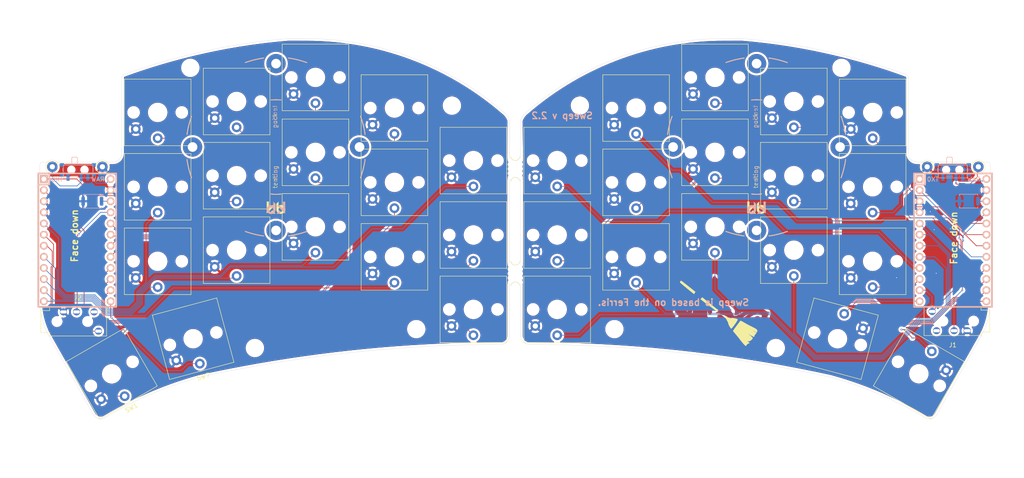
<source format=kicad_pcb>
(kicad_pcb (version 20211014) (generator pcbnew)
  (layers (0 "F.Cu" signal) (31 "B.Cu" signal) (34 "B.Paste" user) (35 "F.Paste" user) (36 "B.SilkS" user "B.Silkscreen") (37 "F.SilkS" user "F.Silkscreen") (38 "B.Mask" user) (39 "F.Mask" user) (44 "Edge.Cuts" user))
  (net 0 "")
  (net 1 "gnd")
  (net 2 "vcc")
  (net 3 "Switch18")
  (net 4 "reset")
  (net 5 "Switch1")
  (net 6 "Switch2")
  (net 7 "Switch3")
  (net 8 "Switch4")
  (net 9 "Switch5")
  (net 10 "Switch6")
  (net 11 "Switch7")
  (net 12 "Switch8")
  (net 13 "Switch9")
  (net 14 "Switch10")
  (net 15 "Switch11")
  (net 16 "Switch12")
  (net 17 "Switch13")
  (net 18 "Switch14")
  (net 19 "Switch15")
  (net 20 "Switch16")
  (net 21 "Switch17")
  (net 22 "raw")
  (net 23 "BT+_r")
  (net 24 "Switch18_r")
  (net 25 "reset_r")
  (net 26 "Switch9_r")
  (net 27 "Switch10_r")
  (net 28 "Switch11_r")
  (net 29 "Switch12_r")
  (net 30 "Switch13_r")
  (net 31 "Switch14_r")
  (net 32 "Switch15_r")
  (net 33 "Switch16_r")
  (net 34 "Switch17_r")
  (net 35 "Switch1_r")
  (net 36 "Switch2_r")
  (net 37 "Switch3_r")
  (net 38 "Switch4_r")
  (net 39 "Switch5_r")
  (net 40 "Switch6_r")
  (net 41 "Switch7_r")
  (net 42 "Switch8_r")
  (net 43 "BT+")
  (footprint "Keebio-Parts:ArduinoProMicro-BackSide" (layer "F.Cu") (at 230.178 67.564 -90)
    (fp_text reference "U1" hide)
    (fp_text value "ProMicro-kbd" hide)
  )
  (footprint "env_extra:PJ-320A" (layer "F.Cu") (at 22.02 83.95)
    (fp_text reference "J2")
    (fp_text value "AudioJack4dpb")
  )
  (footprint "Switch_Keyboard_Kailh:SW_Kailh_Choc_V1" (layer "F.Cu") (at 175.856 64.516 180)
    (fp_text reference "SW16")
    (fp_text value "SW_Push")
  )
  (footprint "Switch_Keyboard_Kailh:SW_Kailh_Choc_V1" (layer "F.Cu") (at 222.386 98.082 -30)
    (fp_text reference "SW20")
    (fp_text value "SW_Push")
  )
  (footprint "Switch_Keyboard_Kailh:SW_Kailh_Choc_V1" (layer "F.Cu") (at 157.856 71.374 180)
    (fp_text reference "SW15")
    (fp_text value "SW_Push")
  )
  (footprint "Switch_Keyboard_Kailh:SW_Kailh_Choc_V1" (layer "F.Cu") (at 203.826 90.082 -15)
    (fp_text reference "SW21")
    (fp_text value "SW_Push")
  )
  (footprint "Switch_Keyboard_Kailh:SW_Kailh_Choc_V1" (layer "F.Cu") (at 193.856 69.85 180)
    (fp_text reference "SW17")
    (fp_text value "SW_Push")
  )
  (footprint "Switch_Keyboard_Kailh:SW_Kailh_Choc_V1" (layer "F.Cu") (at 211.836 72.39 180)
    (fp_text reference "SW18")
    (fp_text value "SW_Push")
  )
  (footprint "Switch_Keyboard_Kailh:SW_Kailh_Choc_V1" (layer "F.Cu") (at 175.856 30.382 180)
    (fp_text reference "SW4")
    (fp_text value "SW_Push")
  )
  (footprint "Switch_Keyboard_Kailh:SW_Kailh_Choc_V1" (layer "F.Cu") (at 157.856 37.382 180)
    (fp_text reference "SW3")
    (fp_text value "SW_Push")
  )
  (footprint "Switch_Keyboard_Kailh:SW_Kailh_Choc_V1" (layer "F.Cu") (at 157.856 54.356 180)
    (fp_text reference "SW9")
    (fp_text value "SW_Push")
  )
  (footprint "Switch_Keyboard_Kailh:SW_Kailh_Choc_V1" (layer "F.Cu") (at 139.856 83.382 180)
    (fp_text reference "SW14")
    (fp_text value "SW_Push")
  )
  (footprint "Switch_Keyboard_Kailh:SW_Kailh_Choc_V1" (layer "F.Cu") (at 211.836 55.372 180)
    (fp_text reference "SW12")
    (fp_text value "SW_Push")
  )
  (footprint "Switch_Keyboard_Kailh:SW_Kailh_Choc_V1" (layer "F.Cu") (at 193.856 52.832 180)
    (fp_text reference "SW11")
    (fp_text value "SW_Push")
  )
  (footprint "Switch_Keyboard_Kailh:SW_Kailh_Choc_V1" (layer "F.Cu") (at 139.856 66.382 180)
    (fp_text reference "SW8")
    (fp_text value "SW_Push")
  )
  (footprint "Switch_Keyboard_Kailh:SW_Kailh_Choc_V1" (layer "F.Cu") (at 211.856 38.382 180)
    (fp_text reference "SW6")
    (fp_text value "SW_Push")
  )
  (footprint "Switch_Keyboard_Kailh:SW_Kailh_Choc_V1" (layer "F.Cu") (at 193.856 35.882 180)
    (fp_text reference "SW5")
    (fp_text value "SW_Push")
  )
  (footprint "Switch_Keyboard_Kailh:SW_Kailh_Choc_V1" (layer "F.Cu") (at 139.856 49.382 180)
    (fp_text reference "SW2")
    (fp_text value "SW_Push")
  )
  (footprint "Duckyb-Parts:mouse-bite-5mm-slot-with-space-for-track" (layer "F.Cu") (at 130.302 75.184)
    (fp_text reference "mouse-bite-2mm-slot" hide)
    (fp_text value "VAL**" hide)
  )
  (footprint "Switch_Keyboard_Kailh:SW_Kailh_Choc_V1" (layer "F.Cu") (at 175.856 47.498 180)
    (fp_text reference "SW10")
    (fp_text value "SW_Push")
  )
  (footprint "kbd:Tenting_Puck2" (layer "F.Cu") (at 185.356 46.282)
    (fp_text reference "PUCK1")
    (fp_text value "Tenting Puck")
  )
  (footprint "Connector_Pin:Pin_D1.0mm_L10.0mm_LooseFit" (layer "F.Cu") (at 235.966 50.8)
    (fp_text reference "Bat+r1")
    (fp_text value "MountingHole_Pad")
  )
  (footprint "Connector_Pin:Pin_D1.0mm_L10.0mm_LooseFit" (layer "F.Cu") (at 224.282 50.8)
    (fp_text reference "BatGND1")
    (fp_text value "MountingHole_Pad")
  )
  (footprint "Keebio-Parts:ArduinoProMicro-BackSide" (layer "F.Cu") (at 30.326 67.564 -90)
    (fp_text reference "U2" hide)
    (fp_text value "ProMicro-kbd" hide)
  )
  (footprint "env_extra:PJ-320A" (layer "F.Cu") (at 238.575 88.25 180)
    (fp_text reference "J1")
    (fp_text value "AudioJack4dpb")
  )
  (footprint "Switch_Keyboard_Kailh:SW_Kailh_Choc_V1" (layer "F.Cu") (at 48.686 72.39 180)
    (fp_text reference "SW17_r1")
    (fp_text value "SW_Push")
  )
  (footprint "Switch_Keyboard_Kailh:SW_Kailh_Choc_V1" (layer "F.Cu") (at 66.7 52.832 180)
    (fp_text reference "SW11_r1")
    (fp_text value "SW_Push")
  )
  (footprint "Switch_Keyboard_Kailh:SW_Kailh_Choc_V1" (layer "F.Cu") (at 84.688 64.516 180)
    (fp_text reference "SW15_r1")
    (fp_text value "SW_Push")
  )
  (footprint "Switch_Keyboard_Kailh:SW_Kailh_Choc_V1" (layer "F.Cu") (at 102.714 71.374 180)
    (fp_text reference "SW18_r1")
    (fp_text value "SW_Push")
  )
  (footprint "Switch_Keyboard_Kailh:SW_Kailh_Choc_V1" (layer "F.Cu") (at 48.686 38.382 180)
    (fp_text reference "SW6_r1")
    (fp_text value "SW_Push")
  )
  (footprint "Switch_Keyboard_Kailh:SW_Kailh_Choc_V1" (layer "F.Cu") (at 66.7 35.882 180)
    (fp_text reference "SW5_r1")
    (fp_text value "SW_Push")
  )
  (footprint "Switch_Keyboard_Kailh:SW_Kailh_Choc_V1" (layer "F.Cu") (at 120.732 49.382 180)
    (fp_text reference "SW2_r1")
    (fp_text value "SW_Push")
  )
  (footprint "Switch_Keyboard_Kailh:SW_Kailh_Choc_V1" (layer "F.Cu") (at 66.7 69.85 180)
    (fp_text reference "SW16_r1")
    (fp_text value "SW_Push")
  )
  (footprint "Switch_Keyboard_Kailh:SW_Kailh_Choc_V1" (layer "F.Cu") (at 84.688 30.382 180)
    (fp_text reference "SW4_r1")
    (fp_text value "SW_Push")
  )
  (footprint "Switch_Keyboard_Kailh:SW_Kailh_Choc_V1" (layer "F.Cu") (at 120.732 83.382 180)
    (fp_text reference "SW13_r1")
    (fp_text value "SW_Push")
  )
  (footprint "Switch_Keyboard_Kailh:SW_Kailh_Choc_V1" (layer "F.Cu") (at 48.686 55.372 180)
    (fp_text reference "SW12_r1")
    (fp_text value "SW_Push")
  )
  (footprint "Switch_Keyboard_Kailh:SW_Kailh_Choc_V1" (layer "F.Cu") (at 102.714 37.382 180)
    (fp_text reference "SW3_r1")
    (fp_text value "SW_Push")
  )
  (footprint "Switch_Keyboard_Kailh:SW_Kailh_Choc_V1" (layer "F.Cu") (at 102.714 54.356 180)
    (fp_text reference "SW8_r1")
    (fp_text value "SW_Push")
  )
  (footprint "Switch_Keyboard_Kailh:SW_Kailh_Choc_V1" (layer "F.Cu") (at 84.688 47.498 180)
    (fp_text reference "SW9_r1")
    (fp_text value "SW_Push")
  )
  (footprint "Switch_Keyboard_Kailh:SW_Kailh_Choc_V1" (layer "F.Cu") (at 120.732 66.382 180)
    (fp_text reference "SW7_r1")
    (fp_text value "SW_Push")
  )
  (footprint "kbd:Tenting_Puck2" (layer "F.Cu") (at 75.692 46.282)
    (fp_text reference "PUCK2")
    (fp_text value "Tenting Puck")
  )
  (footprint "Connector_Pin:Pin_D1.0mm_L10.0mm_LooseFit" (layer "F.Cu") (at 36.068 50.8)
    (fp_text reference "BatGND4")
    (fp_text value "MountingHole_Pad")
  )
  (footprint "Connector_Pin:Pin_D1.0mm_L10.0mm_LooseFit" (layer "F.Cu") (at 24.638 50.8)
    (fp_text reference "Bat+1")
    (fp_text value "MountingHole_Pad")
  )
  (footprint "Switch_Keyboard_Kailh:SW_Kailh_Choc_V1" (layer "F.Cu") (at 38.2 98.1 -150)
    (fp_text reference "SW1")
    (fp_text value "SW_Push")
  )
  (footprint "MountingHole:MountingHole_3.2mm_M3" (layer "F.Cu") (at 107.696 87.884)
    (fp_text reference "H7")
    (fp_text value "MountingHole")
  )
  (footprint "Duckyb-Parts:mouse-bite-5mm-slot-with-space-for-track" (layer "F.Cu") (at 130.302 51.275)
    (fp_text reference "mouse-bite-2mm-slot" hide)
    (fp_text value "VAL**" hide)
  )
  (footprint "MountingHole:MountingHole_3.2mm_M3" (layer "F.Cu") (at 152.908 87.884)
    (fp_text reference "H8")
    (fp_text value "MountingHole")
  )
  (footprint "MountingHole:MountingHole_3.2mm_M3" (layer "F.Cu") (at 145.034 36.83)
    (fp_text reference "H5")
    (fp_text value "MountingHole")
  )
  (footprint "MountingHole:MountingHole_3.2mm_M3" (layer "F.Cu") (at 70.866 92.202)
    (fp_text reference "H3")
    (fp_text value "MountingHole")
  )
  (footprint "Kailh:ferris_broom" (layer "F.Cu") (at 175.58 84.09 7)
    (fp_text reference "G***" hide)
    (fp_text value "LOGO" hide)
  )
  (footprint "MountingHole:MountingHole_3.2mm_M3" (layer "F.Cu") (at 56.134 28.194)
    (fp_text reference "H1")
    (fp_text value "MountingHole")
  )
  (footprint "MountingHole:MountingHole_3.2mm_M3" (layer "F.Cu") (at 189.738 92.202)
    (fp_text reference "H6")
    (fp_text value "MountingHole")
  )
  (footprint "MountingHole:MountingHole_3.2mm_M3" (layer "F.Cu") (at 115.824 36.83)
    (fp_text reference "H4")
    (fp_text value "MountingHole")
  )
  (footprint "Switch_Keyboard_Kailh:SW_Kailh_Choc_V1" (layer "F.Cu") (at 56.775 90.075 -165)
    (fp_text reference "SW7")
    (fp_text value "SW_Push")
  )
  (footprint "MountingHole:MountingHole_3.2mm_M3" (layer "F.Cu") (at 204.724 28.194)
    (fp_text reference "H2")
    (fp_text value "MountingHole")
  )
  (footprint "Button_Switch_SMD:SW_SPDT_PCM12" (layer "B.Cu") (at 230.124 51.816)
    (fp_text reference "SW_POWERR1")
    (fp_text value "SW_SPDT")
  )
  (footprint "Button_Switch_SMD:SW_Push_SPST_NO_Alps_SKRK" (layer "B.Cu") (at 233.75 58.65)
    (fp_text reference "RSW1")
    (fp_text value "SW_Push")
  )
  (footprint "Button_Switch_SMD:SW_SPDT_PCM12" (layer "B.Cu") (at 30.48 51.816)
    (fp_text reference "SW_POWER1")
    (fp_text value "SW_SPDT")
  )
  (footprint "Button_Switch_SMD:SW_Push_SPST_NO_Alps_SKRK" (layer "B.Cu") (at 33.775 58.675)
    (fp_text reference "RSW2")
    (fp_text value "SW_Push")
  )
  (gr_rect (start 27.178 50.419) (end 33.909 53.34) (layer "B.SilkS") (width 0.12) (fill none))
  (gr_rect (start 226.822 50.419) (end 233.426 53.34) (layer "B.SilkS") (width 0.12) (fill none))
  (gr_line (start 131.5085 77.724) (end 131.506254 89.547024) (layer "Edge.Cuts") (width 0.05))
  (gr_line (start 219.998001 47.763999) (end 219.998045 30.439419) (layer "Edge.Cuts") (width 0.05))
  (gr_arc (start 226.446 107.451265) (mid 225.204995 108.32098) (end 223.714 108.05) (layer "Edge.Cuts") (width 0.05))
  (gr_arc (start 222.033002 49.694917) (mid 220.620534 49.145716) (end 219.998001 47.763999) (layer "Edge.Cuts") (width 0.05))
  (gr_arc (start 182.067777 21.502679) (mid 201.091879 24.375764) (end 219.56329 29.758889) (layer "Edge.Cuts") (width 0.05))
  (gr_arc (start 132.893 38.265) (mid 153.988491 25.788882) (end 178.120389 21.508139) (layer "Edge.Cuts") (width 0.05))
  (gr_arc (start 237.938 49.692) (mid 238.46833 49.91167) (end 238.688 50.442) (layer "Edge.Cuts") (width 0.05))
  (gr_arc (start 131.466055 40.278702) (mid 132.022929 39.160882) (end 132.893 38.265) (layer "Edge.Cuts") (width 0.05))
  (gr_arc (start 133.544 91.383119) (mid 132.156573 90.874102) (end 131.506254 89.547024) (layer "Edge.Cuts") (width 0.05))
  (gr_arc (start 219.56329 29.758889) (mid 219.880079 30.035645) (end 219.998045 30.439419) (layer "Edge.Cuts") (width 0.05))
  (gr_arc (start 202.185134 98.863946) (mid 213.262488 102.723597) (end 223.714 108.05) (layer "Edge.Cuts") (width 0.05))
  (gr_line (start 222.033002 49.694917) (end 237.938 49.692) (layer "Edge.Cuts") (width 0.05))
  (gr_arc (start 133.544 91.383119) (mid 168.064442 93.289554) (end 202.185134 98.863946) (layer "Edge.Cuts") (width 0.05))
  (gr_line (start 238.688 58.42) (end 238.688 66.548) (layer "Edge.Cuts") (width 0.05))
  (gr_line (start 236.953304 88.85815) (end 226.446 107.451265) (layer "Edge.Cuts") (width 0.05))
  (gr_arc (start 238.7 81.534) (mid 238.242913 85.295347) (end 236.953304 88.85815) (layer "Edge.Cuts") (width 0.05))
  (gr_line (start 182.067777 21.502679) (end 178.120389 21.508139) (layer "Edge.Cuts") (width 0.05))
  (gr_line (start 238.688 50.442) (end 238.688 58.42) (layer "Edge.Cuts") (width 0.05))
  (gr_line (start 131.466055 40.278702) (end 131.572 48.768) (layer "Edge.Cuts") (width 0.05))
  (gr_line (start 129.3495 48.768) (end 128.96 48.768) (layer "Edge.Cuts") (width 0.05))
  (gr_line (start 238.688 66.548) (end 238.688 75.438) (layer "Edge.Cuts") (width 0.05))
  (gr_line (start 238.688 75.438) (end 238.7 81.534) (layer "Edge.Cuts") (width 0.05))
  (gr_line (start 129.3495 72.644) (end 128.96 72.644) (layer "Edge.Cuts") (width 0.05))
  (gr_line (start 129.3495 53.848) (end 128.96 53.848) (layer "Edge.Cuts") (width 0.05))
  (gr_line (start 129.3495 77.724) (end 128.96 77.724) (layer "Edge.Cuts") (width 0.05))
  (gr_line (start 131.572 53.848) (end 131.572 72.644) (layer "Edge.Cuts") (width 0.05))
  (gr_line (start 78.412223 21.502679) (end 82.613611 21.508139) (layer "Edge.Cuts") (width 0.05))
  (gr_line (start 21.792 50.442) (end 21.792 58.42) (layer "Edge.Cuts") (width 0.05))
  (gr_line (start 128.96 77.724) (end 128.975507 89.545022) (layer "Edge.Cuts") (width 0.05))
  (gr_arc (start 127.587 38.265) (mid 128.457071 39.160882) (end 129.013945 40.278702) (layer "Edge.Cuts") (width 0.05))
  (gr_arc (start 128.975507 89.545022) (mid 128.324689 90.873432) (end 126.936 91.383119) (layer "Edge.Cuts") (width 0.05))
  (gr_line (start 40.481999 47.763999) (end 40.481955 30.439419) (layer "Edge.Cuts") (width 0.05))
  (gr_line (start 21.792 66.548) (end 21.792 73.914) (layer "Edge.Cuts") (width 0.05))
  (gr_line (start 23.526696 88.85815) (end 34.034 107.451265) (layer "Edge.Cuts") (width 0.05))
  (gr_arc (start 40.481999 47.763999) (mid 39.859467 49.145717) (end 38.446998 49.694917) (layer "Edge.Cuts") (width 0.05))
  (gr_arc (start 40.91671 29.758889) (mid 59.388121 24.375764) (end 78.412223 21.502679) (layer "Edge.Cuts") (width 0.05))
  (gr_arc (start 58.294866 98.863946) (mid 92.415558 93.289555) (end 126.936 91.383119) (layer "Edge.Cuts") (width 0.05))
  (gr_arc (start 23.526696 88.85815) (mid 22.237087 85.295347) (end 21.78 81.534) (layer "Edge.Cuts") (width 0.05))
  (gr_arc (start 21.792 50.442) (mid 22.01167 49.91167) (end 22.542 49.692) (layer "Edge.Cuts") (width 0.05))
  (gr_line (start 38.446998 49.694917) (end 22.542 49.692) (layer "Edge.Cuts") (width 0.05))
  (gr_line (start 21.792 58.42) (end 21.792 66.548) (layer "Edge.Cuts") (width 0.05))
  (gr_arc (start 40.481955 30.439419) (mid 40.599921 30.035645) (end 40.91671 29.758889) (layer "Edge.Cuts") (width 0.05))
  (gr_arc (start 36.766 108.05) (mid 35.275005 108.32098) (end 34.034 107.451265) (layer "Edge.Cuts") (width 0.05))
  (gr_arc (start 82.613611 21.508139) (mid 106.610476 25.833455) (end 127.587 38.265) (layer "Edge.Cuts") (width 0.05))
  (gr_arc (start 36.766 108.05) (mid 47.217512 102.723597) (end 58.294866 98.863946) (layer "Edge.Cuts") (width 0.05))
  (gr_line (start 21.792 73.914) (end 21.78 81.534) (layer "Edge.Cuts") (width 0.05))
  (gr_line (start 128.96 53.848) (end 128.96 72.644) (layer "Edge.Cuts") (width 0.05))
  (gr_line (start 129.013945 40.278702) (end 128.96 48.768) (layer "Edge.Cuts") (width 0.05))
  (gr_line (start 131.572 48.768) (end 131.2545 48.768) (layer "Edge.Cuts") (width 0.05))
  (gr_arc (start 131.254499 72.644) (mid 130.302 73.288873) (end 129.349501 72.643999) (layer "Edge.Cuts") (width 0.05))
  (gr_line (start 131.572 53.848) (end 131.2545 53.848) (layer "Edge.Cuts") (width 0.05))
  (gr_arc (start 129.349501 77.724) (mid 130.302 77.079127) (end 131.254499 77.724001) (layer "Edge.Cuts") (width 0.05))
  (gr_line (start 131.572 72.644) (end 131.2545 72.644) (layer "Edge.Cuts") (width 0.05))
  (gr_arc (start 131.254499 48.768) (mid 130.302 49.412873) (end 129.349501 48.767999) (layer "Edge.Cuts") (width 0.05))
  (gr_line (start 131.5085 77.724) (end 131.2545 77.724) (layer "Edge.Cuts") (width 0.05))
  (gr_arc (start 129.349501 53.848) (mid 130.302 53.203127) (end 131.254499 53.848001) (layer "Edge.Cuts") (width 0.05))
  (gr_text "Sweep v 2.2" (at 140.97 39.116) (layer "B.SilkS") (effects (font (size 1.5 1.5) (thickness 0.3)) (justify mirror)))
  (gr_text "Sweep is based on the Ferris." (at 166.37 81.788) (layer "B.SilkS") (effects (font (size 1.5 1.5) (thickness 0.3)) (justify mirror)))
  (gr_text "Face down" (at 230.378 67.056 90) (layer "F.SilkS") (effects (font (size 1.5 1.5) (thickness 0.3))))
  (gr_text "Face down" (at 29.718 66.548 90) (layer "F.SilkS") (effects (font (size 1.5 1.5) (thickness 0.3))))
  (via (at 226.35 75.13) (size 0.4) (drill 0.2) (layers "F.Cu" "B.Cu") (net 1))
  (via (at 217.28 76.14) (size 0.4) (drill 0.2) (layers "F.Cu" "B.Cu") (net 1))
  (via (at 225.88 65.18) (size 0.4) (drill 0.2) (layers "F.Cu" "B.Cu") (net 1))
  (via (at 224.99 61.05) (size 0.4) (drill 0.2) (layers "F.Cu" "B.Cu") (net 1))
  (via (at 229.62 64.95) (size 0.4) (drill 0.2) (layers "F.Cu" "B.Cu") (net 1))
  (segment (start 30.309 66.541) (end 30.65 66.2) (width 0.15) (layer "F.Cu") (net 2))
  (segment (start 30.17 83.95) (end 30.309 83.811) (width 0.15) (layer "F.Cu") (net 2))
  (segment (start 30.309 83.811) (end 30.309 66.541) (width 0.15) (layer "F.Cu") (net 2))
  (segment (start 232.46 67.71) (end 232.3 67.87) (width 0.15) (layer "F.Cu") (net 2))
  (segment (start 232.3 67.87) (end 232.3 78.99) (width 0.15) (layer "F.Cu") (net 2))
  (via (at 232.46 67.71) (size 0.4) (drill 0.2) (layers "F.Cu" "B.Cu") (net 2))
  (via (at 30.65 66.2) (size 0.4) (drill 0.2) (layers "F.Cu" "B.Cu") (net 2))
  (via (at 232.3 78.99) (size 0.4) (drill 0.2) (layers "F.Cu" "B.Cu") (net 2))
  (segment (start 230.425 88.25) (end 230.4 88.225) (width 0.15) (layer "B.Cu") (net 2))
  (segment (start 232.44 66.572) (end 232.44 66.99) (width 0.15) (layer "B.Cu") (net 2))
  (segment (start 232.44 67.69) (end 232.46 67.71) (width 0.15) (layer "B.Cu") (net 2))
  (segment (start 230.4 88.225) (end 230.4 80.89) (width 0.15) (layer "B.Cu") (net 2))
  (segment (start 230.4 80.89) (end 232.3 78.99) (width 0.15) (layer "B.Cu") (net 2))
  (segment (start 237.798 61.214) (end 232.44 66.572) (width 0.15) (layer "B.Cu") (net 2))
  (segment (start 30.65 66.2) (end 35.636 61.214) (width 0.15) (layer "B.Cu") (net 2))
  (segment (start 232.44 66.99) (end 232.44 67.69) (width 0.15) (layer "B.Cu") (net 2))
  (segment (start 35.636 61.214) (end 37.946 61.214) (width 0.15) (layer "B.Cu") (net 2))
  (segment (start 232 77.275) (end 225.425 83.85) (width 0.15) (layer "F.Cu") (net 3))
  (segment (start 231.61 67.12) (end 232 67.51) (width 0.15) (layer "F.Cu") (net 3))
  (segment (start 232 67.51) (end 232 77.275) (width 0.15) (layer "F.Cu") (net 3))
  (via (at 231.61 67.12) (size 0.4) (drill 0.2) (layers "F.Cu" "B.Cu") (net 3))
  (segment (start 231.61 65.186) (end 231.61 67.12) (width 0.15) (layer "B.Cu") (net 3))
  (segment (start 222.558 56.134) (end 231.61 65.186) (width 0.15) (layer "B.Cu") (net 3))
  (segment (start 235.85 58.65) (end 235.874 58.674) (width 0.15) (layer "B.Cu") (net 4))
  (segment (start 235.874 58.674) (end 237.798 58.674) (width 0.15) (layer "B.Cu") (net 4))
  (segment (start 162.925 63.275) (end 150.3 63.275) (width 0.15) (layer "B.Cu") (net 5))
  (segment (start 187.3 60.925) (end 165.275 60.925) (width 0.15) (layer "B.Cu") (net 5))
  (segment (start 221.464 73.914) (end 213.275 65.725) (width 0.15) (layer "B.Cu") (net 5))
  (segment (start 222.558 73.914) (end 221.464 73.914) (width 0.15) (layer "B.Cu") (net 5))
  (segment (start 192.1 65.725) (end 187.3 60.925) (width 0.15) (layer "B.Cu") (net 5))
  (segment (start 213.275 65.725) (end 192.1 65.725) (width 0.15) (layer "B.Cu") (net 5))
  (segment (start 150.3 63.275) (end 142.307 55.282) (width 0.15) (layer "B.Cu") (net 5))
  (segment (start 142.307 55.282) (end 139.856 55.282) (width 0.15) (layer "B.Cu") (net 5))
  (segment (start 165.275 60.925) (end 162.925 63.275) (width 0.15) (layer "B.Cu") (net 5))
  (segment (start 213.69 63.17) (end 194.64 63.17) (width 0.15) (layer "B.Cu") (net 6))
  (segment (start 165.96 51.386) (end 157.856 43.282) (width 0.15) (layer "B.Cu") (net 6))
  (segment (start 190.42 58.95) (end 175.3 58.95) (width 0.15) (layer "B.Cu") (net 6))
  (segment (start 234.404 71.374) (end 225.53 62.5) (width 0.15) (layer "B.Cu") (net 6))
  (segment (start 194.64 63.17) (end 190.42 58.95) (width 0.15) (layer "B.Cu") (net 6))
  (segment (start 167.93 51.58) (end 165.96 51.58) (width 0.15) (layer "B.Cu") (net 6))
  (segment (start 175.3 58.95) (end 167.93 51.58) (width 0.15) (layer "B.Cu") (net 6))
  (segment (start 214.36 62.5) (end 213.69 63.17) (width 0.15) (layer "B.Cu") (net 6))
  (segment (start 165.96 51.58) (end 165.96 51.386) (width 0.15) (layer "B.Cu") (net 6))
  (segment (start 225.53 62.5) (end 214.36 62.5) (width 0.15) (layer "B.Cu") (net 6))
  (segment (start 237.798 71.374) (end 234.404 71.374) (width 0.15) (layer "B.Cu") (net 6))
  (segment (start 197.275 44.075) (end 198.475 42.875) (width 0.15) (layer "F.Cu") (net 7))
  (segment (start 219.4 61.375) (end 220.5 62.475) (width 0.15) (layer "F.Cu") (net 7))
  (segment (start 235.510472 68.834) (end 237.798 68.834) (width 0.15) (layer "F.Cu") (net 7))
  (segment (start 198.475 42.875) (end 205.075 42.875) (width 0.15) (layer "F.Cu") (net 7))
  (segment (start 220.5 62.475) (end 229.151472 62.475) (width 0.15) (layer "F.Cu") (net 7))
  (segment (start 229.151472 62.475) (end 235.510472 68.834) (width 0.15) (layer "F.Cu") (net 7))
  (segment (start 180.282 36.282) (end 188.025 44.025) (width 0.15) (layer "F.Cu") (net 7))
  (segment (start 188.025 44.025) (end 191.675 44.025) (width 0.15) (layer "F.Cu") (net 7))
  (segment (start 217.337736 50.612264) (end 219.4 52.674528) (width 0.15) (layer "F.Cu") (net 7))
  (segment (start 191.675 44.025) (end 191.725 44.075) (width 0.15) (layer "F.Cu") (net 7))
  (segment (start 191.725 44.075) (end 197.275 44.075) (width 0.15) (layer "F.Cu") (net 7))
  (segment (start 205.075 42.875) (end 212.812264 50.612264) (width 0.15) (layer "F.Cu") (net 7))
  (segment (start 219.4 52.674528) (end 219.4 61.375) (width 0.15) (layer "F.Cu") (net 7))
  (segment (start 212.812264 50.612264) (end 217.337736 50.612264) (width 0.15) (layer "F.Cu") (net 7))
  (segment (start 175.856 36.282) (end 180.282 36.282) (width 0.15) (layer "F.Cu") (net 7))
  (segment (start 227.050736 59.95) (end 233.394736 66.294) (width 0.15) (layer "F.Cu") (net 8))
  (segment (start 217.462 50.312264) (end 219.7 52.550264) (width 0.15) (layer "F.Cu") (net 8))
  (segment (start 213.187264 50.312264) (end 217.462 50.312264) (width 0.15) (layer "F.Cu") (net 8))
  (segment (start 202.693 41.782) (end 204.4 40.075) (width 0.15) (layer "F.Cu") (net 8))
  (segment (start 221.9 59.95) (end 227.050736 59.95) (width 0.15) (layer "F.Cu") (net 8))
  (segment (start 219.7 57.75) (end 221.9 59.95) (width 0.15) (layer "F.Cu") (net 8))
  (segment (start 207.85 40.075) (end 208.775 41) (width 0.15) (layer "F.Cu") (net 8))
  (segment (start 208.775 41) (end 208.775 45.9) (width 0.15) (layer "F.Cu") (net 8))
  (segment (start 208.775 45.9) (end 213.187264 50.312264) (width 0.15) (layer "F.Cu") (net 8))
  (segment (start 193.856 41.782) (end 202.693 41.782) (width 0.15) (layer "F.Cu") (net 8))
  (segment (start 233.394736 66.294) (end 237.798 66.294) (width 0.15) (layer "F.Cu") (net 8))
  (segment (start 204.4 40.075) (end 207.85 40.075) (width 0.15) (layer "F.Cu") (net 8))
  (segment (start 219.7 52.550264) (end 219.7 57.75) (width 0.15) (layer "F.Cu") (net 8))
  (segment (start 220 52.426) (end 211.856 44.282) (width 0.15) (layer "F.Cu") (net 9))
  (segment (start 221.75 57.4) (end 220 55.65) (width 0.15) (layer "F.Cu") (net 9))
  (segment (start 237.798 63.754) (end 231.279 63.754) (width 0.15) (layer "F.Cu") (net 9))
  (segment (start 224.925 57.4) (end 221.75 57.4) (width 0.15) (layer "F.Cu") (net 9))
  (segment (start 231.279 63.754) (end 224.925 57.4) (width 0.15) (layer "F.Cu") (net 9))
  (segment (start 220 55.65) (end 220 52.426) (width 0.15) (layer "F.Cu") (net 9))
  (segment (start 167.685736 57.8) (end 174.585736 50.9) (width 0.15) (layer "F.Cu") (net 10))
  (segment (start 204.23 62.371472) (end 204.23 80.267208) (width 0.15) (layer "F.Cu") (net 10))
  (segment (start 192.608528 55.73) (end 197.588528 55.73) (width 0.15) (layer "F.Cu") (net 10))
  (segment (start 235.003868 78.823868) (end 235.003868 76.708132) (width 0.15) (layer "F.Cu") (net 10))
  (segment (start 156.75 57.8) (end 167.685736 57.8) (width 0.15) (layer "F.Cu") (net 10))
  (segment (start 186.238528 54.34) (end 191.218528 54.34) (width 0.15) (layer "F.Cu") (net 10))
  (segment (start 184.696528 52.798) (end 186.238528 54.34) (width 0.15) (layer "F.Cu") (net 10))
  (segment (start 174.585736 50.9) (end 177.924264 50.9) (width 0.15) (layer "F.Cu") (net 10))
  (segment (start 179.822264 52.798) (end 184.696528 52.798) (width 0.15) (layer "F.Cu") (net 10))
  (segment (start 142.268 72.282) (end 156.75 57.8) (width 0.15) (layer "F.Cu") (net 10))
  (segment (start 197.588528 55.73) (end 204.23 62.371472) (width 0.15) (layer "F.Cu") (net 10))
  (segment (start 204.872792 80.91) (end 211.712792 80.91) (width 0.15) (layer "F.Cu") (net 10))
  (segment (start 235.003868 76.708132) (end 237.798 73.914) (width 0.15) (layer "F.Cu") (net 10))
  (segment (start 230.316 80.634) (end 233.193736 80.634) (width 0.15) (layer "F.Cu") (net 10))
  (segment (start 204.23 80.267208) (end 204.872792 80.91) (width 0.15) (layer "F.Cu") (net 10))
  (segment (start 211.712792 80.91) (end 216.702792 85.9) (width 0.15) (layer "F.Cu") (net 10))
  (segment (start 233.193736 80.634) (end 235.003868 78.823868) (width 0.15) (layer "F.Cu") (net 10))
  (segment (start 139.856 72.282) (end 142.268 72.282) (width 0.15) (layer "F.Cu") (net 10))
  (segment (start 191.218528 54.34) (end 192.608528 55.73) (width 0.15) (layer "F.Cu") (net 10))
  (segment (start 177.924264 50.9) (end 179.822264 52.798) (width 0.15) (layer "F.Cu") (net 10))
  (segment (start 225.05 85.9) (end 230.316 80.634) (width 0.15) (layer "F.Cu") (net 10))
  (segment (start 216.702792 85.9) (end 225.05 85.9) (width 0.15) (layer "F.Cu") (net 10))
  (segment (start 211.588528 81.21) (end 204.748528 81.21) (width 0.15) (layer "F.Cu") (net 11))
  (segment (start 179.698 53.098) (end 177.8 51.2) (width 0.15) (layer "F.Cu") (net 11))
  (segment (start 191.094264 54.64) (end 186.114264 54.64) (width 0.15) (layer "F.Cu") (net 11))
  (segment (start 204.748528 81.21) (end 203.93 80.391472) (width 0.15) (layer "F.Cu") (net 11))
  (segment (start 197.464264 56.03) (end 192.484264 56.03) (width 0.15) (layer "F.Cu") (net 11))
  (segment (start 160.012 58.1) (end 157.856 60.256) (width 0.15) (layer "F.Cu") (net 11))
  (segment (start 225.174264 86.2) (end 216.578528 86.2) (width 0.15) (layer "F.Cu") (net 11))
  (segment (start 186.114264 54.64) (end 184.572264 53.098) (width 0.15) (layer "F.Cu") (net 11))
  (segment (start 192.484264 56.03) (end 191.094264 54.64) (width 0.15) (layer "F.Cu") (net 11))
  (segment (start 237.798 76.454) (end 233.318 80.934) (width 0.15) (layer "F.Cu") (net 11))
  (segment (start 203.93 62.495736) (end 197.464264 56.03) (width 0.15) (layer "F.Cu") (net 11))
  (segment (start 233.318 80.934) (end 230.440264 80.934) (width 0.15) (layer "F.Cu") (net 11))
  (segment (start 216.578528 86.2) (end 211.588528 81.21) (width 0.15) (layer "F.Cu") (net 11))
  (segment (start 167.81 58.1) (end 160.012 58.1) (width 0.15) (layer "F.Cu") (net 11))
  (segment (start 174.71 51.2) (end 167.81 58.1) (width 0.15) (layer "F.Cu") (net 11))
  (segment (start 230.440264 80.934) (end 225.174264 86.2) (width 0.15) (layer "F.Cu") (net 11))
  (segment (start 184.572264 53.098) (end 179.698 53.098) (width 0.15) (layer "F.Cu") (net 11))
  (segment (start 177.8 51.2) (end 174.71 51.2) (width 0.15) (layer "F.Cu") (net 11))
  (segment (start 203.93 80.391472) (end 203.93 62.495736) (width 0.15) (layer "F.Cu") (net 11))
  (segment (start 192.36 56.33) (end 190.97 54.94) (width 0.15) (layer "F.Cu") (net 12))
  (segment (start 204.624264 81.51) (end 203.63 80.515736) (width 0.15) (layer "F.Cu") (net 12))
  (segment (start 237.798 78.994) (end 235.558 81.234) (width 0.15) (layer "F.Cu") (net 12))
  (segment (start 211.464264 81.51) (end 204.624264 81.51) (width 0.15) (layer "F.Cu") (net 12))
  (segment (start 185.99 54.94) (end 184.448 53.398) (width 0.15) (layer "F.Cu") (net 12))
  (segment (start 216.454264 86.5) (end 211.464264 81.51) (width 0.15) (layer "F.Cu") (net 12))
  (segment (start 225.298528 86.5) (end 216.454264 86.5) (width 0.15) (layer "F.Cu") (net 12))
  (segment (start 190.97 54.94) (end 185.99 54.94) (width 0.15) (layer "F.Cu") (net 12))
  (segment (start 203.63 80.515736) (end 203.63 62.62) (width 0.15) (layer "F.Cu") (net 12))
  (segment (start 184.448 53.398) (end 175.856 53.398) (width 0.15) (layer "F.Cu") (net 12))
  (segment (start 235.558 81.234) (end 230.564528 81.234) (width 0.15) (layer "F.Cu") (net 12))
  (segment (start 197.34 56.33) (end 192.36 56.33) (width 0.15) (layer "F.Cu") (net 12))
  (segment (start 230.564528 81.234) (end 225.298528 86.5) (width 0.15) (layer "F.Cu") (net 12))
  (segment (start 203.63 62.62) (end 197.34 56.33) (width 0.15) (layer "F.Cu") (net 12))
  (segment (start 216.33 86.8) (end 211.34 81.81) (width 0.15) (layer "F.Cu") (net 13))
  (segment (start 199.317736 58.732) (end 193.856 58.732) (width 0.15) (layer "F.Cu") (net 13))
  (segment (start 237.798 81.534) (end 230.688792 81.534) (width 0.15) (layer "F.Cu") (net 13))
  (segment (start 211.34 81.81) (end 204.5 81.81) (width 0.15) (layer "F.Cu") (net 13))
  (segment (start 230.688792 81.534) (end 225.422792 86.8) (width 0.15) (layer "F.Cu") (net 13))
  (segment (start 204.5 81.81) (end 203.33 80.64) (width 0.15) (layer "F.Cu") (net 13))
  (segment (start 203.33 62.744264) (end 199.317736 58.732) (width 0.15) (layer "F.Cu") (net 13))
  (segment (start 203.33 80.64) (end 203.33 62.744264) (width 0.15) (layer "F.Cu") (net 13))
  (segment (start 225.422792 86.8) (end 216.33 86.8) (width 0.15) (layer "F.Cu") (net 13))
  (segment (start 211.836 61.272) (end 216.553 61.272) (width 0.15) (layer "B.Cu") (net 14))
  (segment (start 216.553 61.272) (end 218.425 59.4) (width 0.15) (layer "B.Cu") (net 14))
  (segment (start 218.425 59.4) (end 218.425 57.727) (width 0.15) (layer "B.Cu") (net 14))
  (segment (start 218.425 57.727) (end 222.558 53.594) (width 0.15) (layer "B.Cu") (net 14))
  (segment (start 144.893 89.282) (end 149.6 84.575) (width 0.15) (layer "B.Cu") (net 15))
  (segment (start 225.925 86.275) (end 229.525 82.675) (width 0.15) (layer "B.Cu") (net 15))
  (segment (start 214.425 94.75) (end 222.9 86.275) (width 0.15) (layer "B.Cu") (net 15))
  (segment (start 222.9 86.275) (end 225.925 86.275) (width 0.15) (layer "B.Cu") (net 15))
  (segment (start 229.525 82.675) (end 229.525 70.721) (width 0.15) (layer "B.Cu") (net 15))
  (segment (start 229.525 70.721) (end 222.558 63.754) (width 0.15) (layer "B.Cu") (net 15))
  (segment (start 149.6 84.575) (end 188.3 84.575) (width 0.15) (layer "B.Cu") (net 15))
  (segment (start 198.475 94.75) (end 214.425 94.75) (width 0.15) (layer "B.Cu") (net 15))
  (segment (start 188.3 84.575) (end 198.475 94.75) (width 0.15) (layer "B.Cu") (net 15))
  (segment (start 139.856 89.282) (end 144.893 89.282) (width 0.15) (layer "B.Cu") (net 15))
  (segment (start 225.800736 85.975) (end 222.775736 85.975) (width 0.15) (layer "B.Cu") (net 16))
  (segment (start 214.300736 94.45) (end 198.599264 94.45) (width 0.15) (layer "B.Cu") (net 16))
  (segment (start 222.558 66.294) (end 224.673736 66.294) (width 0.15) (layer "B.Cu") (net 16))
  (segment (start 164.475 84.275) (end 157.856 77.656) (width 0.15) (layer "B.Cu") (net 16))
  (segment (start 157.856 77.656) (end 157.856 77.274) (width 0.15) (layer "B.Cu") (net 16))
  (segment (start 188.424264 84.275) (end 164.475 84.275) (width 0.15) (layer "B.Cu") (net 16))
  (segment (start 198.599264 94.45) (end 188.424264 84.275) (width 0.15) (layer "B.Cu") (net 16))
  (segment (start 222.775736 85.975) (end 214.300736 94.45) (width 0.15) (layer "B.Cu") (net 16))
  (segment (start 224.673736 66.294) (end 229.225 70.845264) (width 0.15) (layer "B.Cu") (net 16))
  (segment (start 229.225 82.550736) (end 225.800736 85.975) (width 0.15) (layer "B.Cu") (net 16))
  (segment (start 229.225 70.845264) (end 229.225 82.550736) (width 0.15) (layer "B.Cu") (net 16))
  (segment (start 214.176472 94.15) (end 198.723528 94.15) (width 0.15) (layer "B.Cu") (net 17))
  (segment (start 225.676472 85.675) (end 222.651472 85.675) (width 0.15) (layer "B.Cu") (net 17))
  (segment (start 228.925 82.426472) (end 225.676472 85.675) (width 0.15) (layer "B.Cu") (net 17))
  (segment (start 175.856 78.906) (end 175.856 70.416) (width 0.15) (layer "B.Cu") (net 17))
  (segment (start 228.925 70.969528) (end 228.925 82.426472) (width 0.15) (layer "B.Cu") (net 17))
  (segment (start 222.558 68.834) (end 226.789472 68.834) (width 0.15) (layer "B.Cu") (net 17))
  (segment (start 188.548528 83.975) (end 180.925 83.975) (width 0.15) (layer "B.Cu") (net 17))
  (segment (start 180.925 83.975) (end 175.856 78.906) (width 0.15) (layer "B.Cu") (net 17))
  (segment (start 198.723528 94.15) (end 188.548528 83.975) (width 0.15) (layer "B.Cu") (net 17))
  (segment (start 226.789472 68.834) (end 228.925 70.969528) (width 0.15) (layer "B.Cu") (net 17))
  (segment (start 222.651472 85.675) (end 214.176472 94.15) (width 0.15) (layer "B.Cu") (net 17))
  (segment (start 226.049 71.374) (end 228.625 73.95) (width 0.15) (layer "B.Cu") (net 18))
  (segment (start 193.856 88.858208) (end 193.856 75.75) (width 0.15) (layer "B.Cu") (net 18))
  (segment (start 225.552208 85.375) (end 222.527208 85.375) (width 0.15) (layer "B.Cu") (net 18))
  (segment (start 222.558 71.374) (end 226.049 71.374) (width 0.15) (layer "B.Cu") (net 18))
  (segment (start 198.847792 93.85) (end 193.856 88.858208) (width 0.15) (layer "B.Cu") (net 18))
  (segment (start 222.527208 85.375) (end 214.052208 93.85) (width 0.15) (layer "B.Cu") (net 18))
  (segment (start 228.625 73.95) (end 228.625 82.302208) (width 0.15) (layer "B.Cu") (net 18))
  (segment (start 214.052208 93.85) (end 198.847792 93.85) (width 0.15) (layer "B.Cu") (net 18))
  (segment (start 228.625 82.302208) (end 225.552208 85.375) (width 0.15) (layer "B.Cu") (net 18))
  (segment (start 220.722 78.29) (end 211.836 78.29) (width 0.15) (layer "F.Cu") (net 19))
  (segment (start 222.558 76.454) (end 220.722 78.29) (width 0.15) (layer "F.Cu") (net 19))
  (segment (start 218.99 87.98) (end 218.41 87.98) (width 0.15) (layer "F.Cu") (net 20))
  (segment (start 220.91 89.9) (end 218.99 87.98) (width 0.15) (layer "F.Cu") (net 20))
  (via (at 218.41 87.98) (size 0.4) (drill 0.2) (layers "F.Cu" "B.Cu") (net 20))
  (via (at 220.91 89.9) (size 0.4) (drill 0.2) (layers "F.Cu" "B.Cu") (net 20))
  (segment (start 225.336 92.97245) (end 222.27355 89.91) (width 0.15) (layer "B.Cu") (net 20))
  (segment (start 218.41 87.98) (end 219.497944 87.98) (width 0.15) (layer "B.Cu") (net 20))
  (segment (start 223.884 78.994) (end 222.558 78.994) (width 0.15) (layer "B.Cu") (net 20))
  (segment (start 220.92 89.91) (end 220.91 89.9) (width 0.15) (layer "B.Cu") (net 20))
  (segment (start 219.497944 87.98) (end 225.39 82.087944) (width 0.15) (layer "B.Cu") (net 20))
  (segment (start 225.39 82.087944) (end 225.39 80.5) (width 0.15) (layer "B.Cu") (net 20))
  (segment (start 221.23 89.91) (end 220.92 89.91) (width 0.15) (layer "B.Cu") (net 20))
  (segment (start 222.27355 89.91) (end 221.23 89.91) (width 0.15) (layer "B.Cu") (net 20))
  (segment (start 225.39 80.5) (end 223.884 78.994) (width 0.15) (layer "B.Cu") (net 20))
  (segment (start 208.20207 81.534) (end 205.353032 84.383038) (width 0.15) (layer "B.Cu") (net 21))
  (segment (start 222.558 81.534) (end 208.20207 81.534) (width 0.15) (layer "B.Cu") (net 21))
  (segment (start 37.946 53.594) (end 36.965 54.575) (width 0.15) (layer "B.Cu") (net 22))
  (segment (start 237.342 54.05) (end 233.178 54.05) (width 0.15) (layer "B.Cu") (net 22))
  (segment (start 36.965 54.575) (end 34.725 54.575) (width 0.15) (layer "B.Cu") (net 22))
  (segment (start 237.798 53.594) (end 237.342 54.05) (width 0.15) (layer "B.Cu") (net 22))
  (segment (start 33.396 53.246) (end 32.73 53.246) (width 0.15) (layer "B.Cu") (net 22))
  (segment (start 233.178 54.05) (end 232.374 53.246) (width 0.15) (layer "B.Cu") (net 22))
  (segment (start 34.725 54.575) (end 33.396 53.246) (width 0.15) (layer "B.Cu") (net 22))
  (segment (start 230.85 54.55) (end 231.075 54.775) (width 0.15) (layer "F.Cu") (net 23))
  (segment (start 234.05 54.775) (end 235.725 53.1) (width 0.15) (layer "F.Cu") (net 23))
  (segment (start 235.725 53.1) (end 235.725 51.041) (width 0.15) (layer "F.Cu") (net 23))
  (segment (start 235.725 51.041) (end 235.966 50.8) (width 0.15) (layer "F.Cu") (net 23))
  (segment (start 231.075 54.775) (end 234.05 54.775) (width 0.15) (layer "F.Cu") (net 23))
  (via (at 230.85 54.55) (size 0.4) (drill 0.2) (layers "F.Cu" "B.Cu") (net 23))
  (segment (start 230.874 54.526) (end 230.85 54.55) (width 0.15) (layer "B.Cu") (net 23))
  (segment (start 230.874 53.246) (end 230.874 54.526) (width 0.15) (layer "B.Cu") (net 23))
  (segment (start 32.025 88.35) (end 30.875 87.2) (width 0.15) (layer "F.Cu") (net 24))
  (segment (start 30.875 87.2) (end 30.875 85.35) (width 0.15) (layer "F.Cu") (net 24))
  (segment (start 35.17 88.35) (end 32.025 88.35) (width 0.15) (layer "F.Cu") (net 24))
  (segment (start 31.9 65.328) (end 22.706 56.134) (width 0.15) (layer "F.Cu") (net 24))
  (segment (start 31.9 84.325) (end 31.9 65.328) (width 0.15) (layer "F.Cu") (net 24))
  (segment (start 30.875 85.35) (end 31.9 84.325) (width 0.15) (layer "F.Cu") (net 24))
  (segment (start 35.876 58.674) (end 35.875 58.675) (width 0.15) (layer "B.Cu") (net 25))
  (segment (start 37.946 58.674) (end 35.876 58.674) (width 0.15) (layer "B.Cu") (net 25))
  (segment (start 38.175 85.3) (end 38.15 85.275) (width 0.15) (layer "F.Cu") (net 26))
  (segment (start 37.946 85.021) (end 37.946 81.534) (width 0.15) (layer "F.Cu") (net 26))
  (segment (start 38.225 85.3) (end 37.946 85.021) (width 0.15) (layer "F.Cu") (net 26))
  (segment (start 38.225 85.3) (end 38.175 85.3) (width 0.15) (layer "F.Cu") (net 26))
  (via (at 38.15 85.275) (size 0.4) (drill 0.2) (layers "F.Cu" "B.Cu") (net 26))
  (segment (start 54.075 97.325) (end 55.626038 95.773962) (width 0.15) (layer "B.Cu") (net 26))
  (segment (start 55.626038 95.773962) (end 58.302032 95.773962) (width 0.15) (layer "B.Cu") (net 26))
  (segment (start 38.15 85.275) (end 50.2 97.325) (width 0.15) (layer "B.Cu") (net 26))
  (segment (start 50.2 97.325) (end 54.075 97.325) (width 0.15) (layer "B.Cu") (net 26))
  (segment (start 46.7 58.775) (end 50.85 58.775) (width 0.15) (layer "F.Cu") (net 27))
  (segment (start 30.219 53.594) (end 34.025 57.4) (width 0.15) (layer "F.Cu") (net 27))
  (segment (start 22.706 53.594) (end 30.219 53.594) (width 0.15) (layer "F.Cu") (net 27))
  (segment (start 50.893 58.732) (end 66.7 58.732) (width 0.15) (layer "F.Cu") (net 27))
  (segment (start 34.025 57.4) (end 45.325 57.4) (width 0.15) (layer "F.Cu") (net 27))
  (segment (start 45.325 57.4) (end 46.7 58.775) (width 0.15) (layer "F.Cu") (net 27))
  (segment (start 50.85 58.775) (end 50.893 58.732) (width 0.15) (layer "F.Cu") (net 27))
  (segment (start 43.95 81.652208) (end 42.327208 83.275) (width 0.15) (layer "B.Cu") (net 28))
  (segment (start 46.05 63.908) (end 46.05 77.202208) (width 0.15) (layer "B.Cu") (net 28))
  (segment (start 26.075 67.123) (end 22.706 63.754) (width 0.15) (layer "B.Cu") (net 28))
  (segment (start 46.05 77.202208) (end 43.95 79.302208) (width 0.15) (layer "B.Cu") (net 28))
  (segment (start 48.686 61.272) (end 46.05 63.908) (width 0.15) (layer "B.Cu") (net 28))
  (segment (start 43.95 79.302208) (end 43.95 81.652208) (width 0.15) (layer "B.Cu") (net 28))
  (segment (start 42.327208 83.275) (end 37.575 83.275) (width 0.15) (layer "B.Cu") (net 28))
  (segment (start 27.657528 80.034) (end 26.075 78.451472) (width 0.15) (layer "B.Cu") (net 28))
  (segment (start 26.075 78.451472) (end 26.075 67.123) (width 0.15) (layer "B.Cu") (net 28))
  (segment (start 34.334 80.034) (end 27.657528 80.034) (width 0.15) (layer "B.Cu") (net 28))
  (segment (start 37.575 83.275) (end 34.334 80.034) (width 0.15) (layer "B.Cu") (net 28))
  (segment (start 24.65 73.824264) (end 24.925 73.549264) (width 0.15) (layer "F.Cu") (net 29))
  (segment (start 24.05 83.999264) (end 24.65 83.399264) (width 0.15) (layer "F.Cu") (net 29))
  (segment (start 42.83 86.8) (end 37.572132 92.057868) (width 0.15) (layer "F.Cu") (net 29))
  (segment (start 24.65 83.399264) (end 24.65 73.824264) (width 0.15) (layer "F.Cu") (net 29))
  (segment (start 120.732 89.282) (end 117.49 86.04) (width 0.15) (layer "F.Cu") (net 29))
  (segment (start 52.373528 86.8) (end 42.83 86.8) (width 0.15) (layer "F.Cu") (net 29))
  (segment (start 117.49 82.5106) (end 115.7497 80.7703) (width 0.15) (layer "F.Cu") (net 29))
  (segment (start 24.925 68.513) (end 22.706 66.294) (width 0.15) (layer "F.Cu") (net 29))
  (segment (start 115.7497 80.7703) (end 58.403228 80.7703) (width 0.15) (layer "F.Cu") (net 29))
  (segment (start 29.382132 92.057868) (end 24.05 86.725736) (width 0.15) (layer "F.Cu") (net 29))
  (segment (start 24.925 73.549264) (end 24.925 68.513) (width 0.15) (layer "F.Cu") (net 29))
  (segment (start 58.403228 80.7703) (end 52.373528 86.8) (width 0.15) (layer "F.Cu") (net 29))
  (segment (start 37.572132 92.057868) (end 29.382132 92.057868) (width 0.15) (layer "F.Cu") (net 29))
  (segment (start 24.05 86.725736) (end 24.05 83.999264) (width 0.15) (layer "F.Cu") (net 29))
  (segment (start 117.49 86.04) (end 117.49 82.5106) (width 0.15) (layer "F.Cu") (net 29))
  (segment (start 23.75 86.85) (end 35.375 98.475) (width 0.15) (layer "F.Cu") (net 30))
  (segment (start 35.375 99.925) (end 38.65955 103.20955) (width 0.15) (layer "F.Cu") (net 30))
  (segment (start 23.384 68.834) (end 24.625 70.075) (width 0.15) (layer "F.Cu") (net 30))
  (segment (start 24.625 73.425) (end 24.35 73.7) (width 0.15) (layer "F.Cu") (net 30))
  (segment (start 23.75 83.875) (end 23.75 86.85) (width 0.15) (layer "F.Cu") (net 30))
  (segment (start 35.375 98.475) (end 35.375 99.925) (width 0.15) (layer "F.Cu") (net 30))
  (segment (start 22.706 68.834) (end 23.384 68.834) (width 0.15) (layer "F.Cu") (net 30))
  (segment (start 24.35 83.275) (end 23.75 83.875) (width 0.15) (layer "F.Cu") (net 30))
  (segment (start 24.625 70.075) (end 24.625 73.425) (width 0.15) (layer "F.Cu") (net 30))
  (segment (start 24.35 73.7) (end 24.35 83.275) (width 0.15) (layer "F.Cu") (net 30))
  (segment (start 38.65955 103.20955) (end 41.15 103.20955) (width 0.15) (layer "F.Cu") (net 30))
  (segment (start 27.533264 80.334) (end 34.209736 80.334) (width 0.15) (layer "B.Cu") (net 31))
  (segment (start 25.775 78.575736) (end 27.533264 80.334) (width 0.15) (layer "B.Cu") (net 31))
  (segment (start 62.975 75.65) (end 65.25 73.375) (width 0.15) (layer "B.Cu") (net 31))
  (segment (start 65.25 73.375) (end 81.729 73.375) (width 0.15) (layer "B.Cu") (net 31))
  (segment (start 34.209736 80.334) (end 37.450736 83.575) (width 0.15) (layer "B.Cu") (net 31))
  (segment (start 81.729 73.375) (end 84.688 70.416) (width 0.15) (layer "B.Cu") (net 31))
  (segment (start 44.25 79.426472) (end 48.026472 75.65) (width 0.15) (layer "B.Cu") (net 31))
  (segment (start 48.026472 75.65) (end 62.975 75.65) (width 0.15) (layer "B.Cu") (net 31))
  (segment (start 44.25 81.776472) (end 44.25 79.426472) (width 0.15) (layer "B.Cu") (net 31))
  (segment (start 37.450736 83.575) (end 42.451472 83.575) (width 0.15) (layer "B.Cu") (net 31))
  (segment (start 25.775 74.443) (end 25.775 78.575736) (width 0.15) (layer "B.Cu") (net 31))
  (segment (start 42.451472 83.575) (end 44.25 81.776472) (width 0.15) (layer "B.Cu") (net 31))
  (segment (start 22.706 71.374) (end 25.775 74.443) (width 0.15) (layer "B.Cu") (net 31))
  (segment (start 22.706 76.454) (end 27.186 80.934) (width 0.15) (layer "B.Cu") (net 32))
  (segment (start 27.186 80.934) (end 33.961208 80.934) (width 0.15) (layer "B.Cu") (net 32))
  (segment (start 44.85 82.025) (end 44.85 79.675) (width 0.15) (layer "B.Cu") (net 32))
  (segment (start 33.961208 80.934) (end 37.202208 84.175) (width 0.15) (layer "B.Cu") (net 32))
  (segment (start 66.2 76.25) (end 66.7 75.75) (width 0.15) (layer "B.Cu") (net 32))
  (segment (start 42.7 84.175) (end 44.85 82.025) (width 0.15) (layer "B.Cu") (net 32))
  (segment (start 48.275 76.25) (end 66.2 76.25) (width 0.15) (layer "B.Cu") (net 32))
  (segment (start 44.85 79.675) (end 48.275 76.25) (width 0.15) (layer "B.Cu") (net 32))
  (segment (start 37.202208 84.175) (end 37.6 84.175) (width 0.15) (layer "B.Cu") (net 32))
  (segment (start 37.375 84.175) (end 42.7 84.175) (width 0.15) (layer "B.Cu") (net 32))
  (segment (start 24.946 81.234) (end 22.706 78.994) (width 0.15) (layer "B.Cu") (net 33))
  (segment (start 48.686 78.29) (end 46.659264 78.29) (width 0.15) (layer "B.Cu") (net 33))
  (segment (start 45.15 79.799264) (end 45.15 82.149264) (width 0.15) (layer "B.Cu") (net 33))
  (segment (start 33.836944 81.234) (end 24.946 81.234) (width 0.15) (layer "B.Cu") (net 33))
  (segment (start 42.824264 84.475) (end 37.077944 84.475) (width 0.15) (layer "B.Cu") (net 33))
  (segment (start 46.659264 78.29) (end 45.15 79.799264) (width 0.15) (layer "B.Cu") (net 33))
  (segment (start 45.15 82.149264) (end 42.824264 84.475) (width 0.15) (layer "B.Cu") (net 33))
  (segment (start 37.077944 84.475) (end 33.836944 81.234) (width 0.15) (layer "B.Cu") (net 33))
  (segment (start 52.175 78.475) (end 101.513 78.475) (width 0.15) (layer "B.Cu") (net 34))
  (segment (start 45.875 84.775) (end 52.175 78.475) (width 0.15) (layer "B.Cu") (net 34))
  (segment (start 36.95368 84.775) (end 45.875 84.775) (width 0.15) (layer "B.Cu") (net 34))
  (segment (start 101.513 78.475) (end 102.714 77.274) (width 0.15) (layer "B.Cu") (net 34))
  (segment (start 33.71268 81.534) (end 36.95368 84.775) (width 0.15) (layer "B.Cu") (net 34))
  (segment (start 22.706 81.534) (end 33.71268 81.534) (width 0.15) (layer "B.Cu") (net 34))
  (segment (start 25.475 76.683) (end 22.706 73.914) (width 0.15) (layer "B.Cu") (net 35))
  (segment (start 48.150736 75.95) (end 44.55 79.550736) (width 0.15) (layer "B.Cu") (net 35))
  (segment (start 37.326472 83.875) (end 34.085472 80.634) (width 0.15) (layer "B.Cu") (net 35))
  (segment (start 97.6 64.975) (end 88.9 73.675) (width 0.15) (layer "B.Cu") (net 35))
  (segment (start 44.55 81.900736) (end 42.575736 83.875) (width 0.15) (layer "B.Cu") (net 35))
  (segment (start 104.525 64.975) (end 97.6 64.975) (width 0.15) (layer "B.Cu") (net 35))
  (segment (start 88.9 73.675) (end 65.375 73.675) (width 0.15) (layer "B.Cu") (net 35))
  (segment (start 27.409 80.634) (end 25.475 78.7) (width 0.15) (layer "B.Cu") (net 35))
  (segment (start 34.085472 80.634) (end 27.409 80.634) (width 0.15) (layer "B.Cu") (net 35))
  (segment (start 63.1 75.95) (end 48.150736 75.95) (width 0.15) (layer "B.Cu") (net 35))
  (segment (start 25.475 78.7) (end 25.475 76.683) (width 0.15) (layer "B.Cu") (net 35))
  (segment (start 114.218 55.282) (end 104.525 64.975) (width 0.15) (layer "B.Cu") (net 35))
  (segment (start 42.575736 83.875) (end 37.326472 83.875) (width 0.15) (layer "B.Cu") (net 35))
  (segment (start 120.732 55.282) (end 114.218 55.282) (width 0.15) (layer "B.Cu") (net 35))
  (segment (start 65.375 73.675) (end 63.1 75.95) (width 0.15) (layer "B.Cu") (net 35))
  (segment (start 44.55 79.550736) (end 44.55 81.900736) (width 0.15) (layer "B.Cu") (net 35))
  (segment (start 37.946 71.374) (end 37.946 71.279) (width 0.15) (layer "F.Cu") (net 36))
  (segment (start 37.946 71.279) (end 42 67.225) (width 0.15) (layer "F.Cu") (net 36))
  (segment (start 83.85 51.25) (end 98.7 51.25) (width 0.15) (layer "F.Cu") (net 36))
  (segment (start 98.7 51.25) (end 102.714 47.236) (width 0.15) (layer "F.Cu") (net 36))
  (segment (start 102.714 47.236) (end 102.714 43.282) (width 0.15) (layer "F.Cu") (net 36))
  (segment (start 67.875 67.225) (end 83.85 51.25) (width 0.15) (layer "F.Cu") (net 36))
  (segment (start 42 67.225) (end 67.875 67.225) (width 0.15) (layer "F.Cu") (net 36))
  (segment (start 87.6 41.7) (end 84.688 38.788) (width 0.15) (layer "F.Cu") (net 37))
  (segment (start 87.6 48.975) (end 87.6 41.7) (width 0.15) (layer "F.Cu") (net 37))
  (segment (start 84.688 38.788) (end 84.688 36.282) (width 0.15) (layer "F.Cu") (net 37))
  (segment (start 83.725736 50.95) (end 85.625 50.95) (width 0.15) (layer "F.Cu") (net 37))
  (segment (start 67.750736 66.925) (end 83.725736 50.95) (width 0.15) (layer "F.Cu") (net 37))
  (segment (start 85.625 50.95) (end 87.6 48.975) (width 0.15) (layer "F.Cu") (net 37))
  (segment (start 39.855 66.925) (end 67.750736 66.925) (width 0.15) (layer "F.Cu") (net 37))
  (segment (start 37.946 68.834) (end 39.855 66.925) (width 0.15) (layer "F.Cu") (net 37))
  (segment (start 67.626472 66.625) (end 75.95 58.301472) (width 0.15) (layer "F.Cu") (net 38))
  (segment (start 75.95 51.032) (end 66.7 41.782) (width 0.15) (layer "F.Cu") (net 38))
  (segment (start 75.95 58.301472) (end 75.95 51.032) (width 0.15) (layer "F.Cu") (net 38))
  (segment (start 37.946 66.294) (end 38.277 66.625) (width 0.15) (layer "F.Cu") (net 38))
  (segment (start 38.277 66.625) (end 67.626472 66.625) (width 0.15) (layer "F.Cu") (net 38))
  (segment (start 40.517 66.325) (end 67.502208 66.325) (width 0.15) (layer "F.Cu") (net 39))
  (segment (start 75.65 58.177208) (end 75.65 51.156264) (width 0.15) (layer "F.Cu") (net 39))
  (segment (start 51.65 43.1) (end 50.468 44.282) (width 0.15) (layer "F.Cu") (net 39))
  (segment (start 75.65 51.156264) (end 69.293736 44.8) (width 0.15) (layer "F.Cu") (net 39))
  (segment (start 69.293736 44.8) (end 61.725 44.8) (width 0.15) (layer "F.Cu") (net 39))
  (segment (start 60.025 43.1) (end 51.65 43.1) (width 0.15) (layer "F.Cu") (net 39))
  (segment (start 67.502208 66.325) (end 75.65 58.177208) (width 0.15) (layer "F.Cu") (net 39))
  (segment (start 50.468 44.282) (end 48.686 44.282) (width 0.15) (layer "F.Cu") (net 39))
  (segment (start 61.725 44.8) (end 60.025 43.1) (width 0.15) (layer "F.Cu") (net 39))
  (segment (start 37.946 63.754) (end 40.517 66.325) (width 0.15) (layer "F.Cu") (net 39))
  (segment (start 37.946 73.914) (end 35.975 75.885) (width 0.15) (layer "F.Cu") (net 40))
  (segment (start 52.249264 86.5) (end 58.278964 80.4703) (width 0.15) (layer "F.Cu") (net 40))
  (segment (start 58.278964 80.4703) (end 112.5437 80.4703) (width 0.15) (layer "F.Cu") (net 40))
  (segment (start 112.5437 80.4703) (end 120.732 72.282) (width 0.15) (layer "F.Cu") (net 40))
  (segment (start 35.975 85.349264) (end 37.125736 86.5) (width 0.15) (layer "F.Cu") (net 40))
  (segment (start 37.125736 86.5) (end 52.249264 86.5) (width 0.15) (layer "F.Cu") (net 40))
  (segment (start 35.975 75.885) (end 35.975 85.349264) (width 0.15) (layer "F.Cu") (net 40))
  (segment (start 85.703964 80.1703) (end 102.714 63.160264) (width 0.15) (layer "F.Cu") (net 41))
  (segment (start 37.946 76.454) (end 36.275 78.125) (width 0.15) (layer "F.Cu") (net 41))
  (segment (start 52.125 86.2) (end 58.1547 80.1703) (width 0.15) (layer "F.Cu") (net 41))
  (segment (start 37.25 86.2) (end 52.125 86.2) (width 0.15) (layer "F.Cu") (net 41))
  (segment (start 36.275 78.125) (end 36.275 85.225) (width 0.15) (layer "F.Cu") (net 41))
  (segment (start 102.714 63.160264) (end 102.714 60.256) (width 0.15) (layer "F.Cu") (net 41))
  (segment (start 36.275 85.225) (end 37.25 86.2) (width 0.15) (layer "F.Cu") (net 41))
  (segment (start 58.1547 80.1703) (end 85.703964 80.1703) (width 0.15) (layer "F.Cu") (net 41))
  (segment (start 52.000736 85.9) (end 58.030436 79.8703) (width 0.15) (layer "F.Cu") (net 42))
  (segment (start 36.575 80.365) (end 36.575 85.100736) (width 0.15) (layer "F.Cu") (net 42))
  (segment (start 85.475 54.4) (end 84.688 53.613) (width 0.15) (layer "F.Cu") (net 42))
  (segment (start 37.374264 85.9) (end 52.000736 85.9) (width 0.15) (layer "F.Cu") (net 42))
  (segment (start 87.7 54.4) (end 85.475 54.4) (width 0.15) (layer "F.Cu") (net 42))
  (segment (start 92.575 72.875) (end 92.575 59.275) (width 0.15) (layer "F.Cu") (net 42))
  (segment (start 92.575 59.275) (end 87.7 54.4) (width 0.15) (layer "F.Cu") (net 42))
  (segment (start 58.030436 79.8703) (end 85.5797 79.8703) (width 0.15) (layer "F.Cu") (net 42))
  (segment (start 37.946 78.994) (end 36.575 80.365) (width 0.15) (layer "F.Cu") (net 42))
  (segment (start 84.688 53.613) (end 84.688 53.398) (width 0.15) (layer "F.Cu") (net 42))
  (segment (start 36.575 85.100736) (end 37.374264 85.9) (width 0.15) (layer "F.Cu") (net 42))
  (segment (start 85.5797 79.8703) (end 92.575 72.875) (width 0.15) (layer "F.Cu") (net 42))
  (segment (start 31.23 53.246) (end 31.23 54.245) (width 0.15) (layer "B.Cu") (net 43))
  (segment (start 31.23 54.245) (end 30.3 55.175) (width 0.15) (layer "B.Cu") (net 43))
  (segment (start 26.4 55.175) (end 24.638 53.413) (width 0.15) (layer "B.Cu") (net 43))
  (segment (start 30.3 55.175) (end 26.4 55.175) (width 0.15) (layer "B.Cu") (net 43))
  (segment (start 24.638 53.413) (end 24.638 50.8) (width 0.15) (layer "B.Cu") (net 43))
  (zone locked (net 1) (net_name "gnd") (layer "F.Cu") (connect_pads (clearance 0.508)) (min_thickness 0.254) (fill yes (thermal_gap 0.508) (thermal_bridge_width 0.508))
    (polygon (pts (xy 15.24 15.24) (xy 243.84 15.24) (xy 243.84 119.38) (xy 15.24 119.38)))
  )
  (zone (net 1) (net_name "gnd") (layer "B.Cu") (connect_pads (clearance 0.508)) (min_thickness 0.254) (fill yes (thermal_gap 0.508) (thermal_bridge_width 0.508))
    (polygon (pts (xy 12.7 12.7) (xy 246.38 12.7) (xy 246.38 121.92) (xy 12.7 121.92)))
  )
)
</source>
